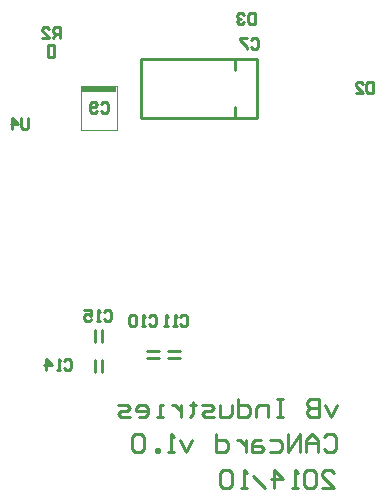
<source format=gbo>
%FSLAX25Y25*%
%MOIN*%
G70*
G01*
G75*
G04 Layer_Color=32896*
%ADD10R,0.05118X0.03937*%
%ADD11R,0.04724X0.05512*%
%ADD12R,0.04724X0.05512*%
%ADD13R,0.02362X0.06102*%
%ADD14O,0.02362X0.06102*%
%ADD15R,0.03937X0.05118*%
%ADD16R,0.04724X0.05118*%
%ADD17R,0.00984X0.05709*%
%ADD18R,0.05709X0.00984*%
%ADD19O,0.05709X0.00984*%
%ADD20C,0.01000*%
%ADD21C,0.02000*%
%ADD22C,0.05000*%
%ADD23C,0.09843*%
%ADD24R,0.05906X0.05906*%
%ADD25C,0.05906*%
%ADD26C,0.07087*%
%ADD27R,0.07087X0.07087*%
%ADD28C,0.18740*%
%ADD29C,0.06299*%
%ADD30C,0.05315*%
%ADD31R,0.05315X0.05315*%
%ADD32C,0.05000*%
%ADD33C,0.19685*%
%ADD34R,0.10827X0.08071*%
%ADD35R,0.07717X0.08032*%
%ADD36R,0.03543X0.08465*%
%ADD37R,0.03543X0.08465*%
%ADD38R,0.12795X0.12402*%
%ADD39R,0.09449X0.12992*%
%ADD40R,0.13780X0.10236*%
%ADD41C,0.03500*%
%ADD42C,0.00787*%
%ADD43R,0.05918X0.04737*%
%ADD44R,0.05524X0.06312*%
%ADD45R,0.05524X0.06312*%
%ADD46R,0.03162X0.06902*%
%ADD47O,0.03162X0.06902*%
%ADD48R,0.04737X0.05918*%
%ADD49R,0.05524X0.05918*%
%ADD50R,0.01784X0.06509*%
%ADD51R,0.06509X0.01784*%
%ADD52O,0.06509X0.01784*%
%ADD53C,0.10642*%
%ADD54R,0.06706X0.06706*%
%ADD55C,0.06706*%
%ADD56C,0.07887*%
%ADD57R,0.07887X0.07887*%
%ADD58C,0.19540*%
%ADD59C,0.07099*%
%ADD60C,0.06115*%
%ADD61R,0.06115X0.06115*%
%ADD62C,0.20485*%
%ADD63R,0.11627X0.08871*%
%ADD64R,0.08517X0.08832*%
%ADD65R,0.04343X0.09265*%
%ADD66R,0.04343X0.09265*%
%ADD67R,0.13595X0.13202*%
%ADD68R,0.10249X0.13792*%
%ADD69R,0.14579X0.11036*%
%ADD70C,0.00394*%
%ADD71R,0.11811X0.01959*%
D20*
X650819Y452032D02*
Y455969D01*
X653181Y452032D02*
Y455969D01*
X635000Y547000D02*
Y551000D01*
X637000Y547000D02*
Y551000D01*
X635000D02*
X637000D01*
X635000Y547000D02*
X637000D01*
X650819Y442031D02*
Y445968D01*
X653181Y442031D02*
Y445968D01*
X675032Y449181D02*
X678968D01*
X675032Y446819D02*
X678968D01*
X668032Y449181D02*
X671969D01*
X668032Y446819D02*
X671969D01*
X697311Y526657D02*
Y530201D01*
Y542799D02*
Y546343D01*
X704791Y526657D02*
Y546343D01*
X666209Y526657D02*
X704791D01*
X666209Y546343D02*
X704791D01*
X666209Y526657D02*
Y546343D01*
X726501Y403500D02*
X730500D01*
X726501Y407499D01*
Y408498D01*
X727501Y409498D01*
X729500D01*
X730500Y408498D01*
X724502D02*
X723502Y409498D01*
X721503D01*
X720503Y408498D01*
Y404500D01*
X721503Y403500D01*
X723502D01*
X724502Y404500D01*
Y408498D01*
X718504Y403500D02*
X716504D01*
X717504D01*
Y409498D01*
X718504Y408498D01*
X710506Y403500D02*
Y409498D01*
X713506Y406499D01*
X709507D01*
X707507Y403500D02*
X703509Y407499D01*
X701509Y403500D02*
X699510D01*
X700510D01*
Y409498D01*
X701509Y408498D01*
X696511D02*
X695511Y409498D01*
X693512D01*
X692512Y408498D01*
Y404500D01*
X693512Y403500D01*
X695511D01*
X696511Y404500D01*
Y408498D01*
X727001Y420498D02*
X728001Y421498D01*
X730000D01*
X731000Y420498D01*
Y416500D01*
X730000Y415500D01*
X728001D01*
X727001Y416500D01*
X725002Y415500D02*
Y419499D01*
X723003Y421498D01*
X721003Y419499D01*
Y415500D01*
Y418499D01*
X725002D01*
X719004Y415500D02*
Y421498D01*
X715005Y415500D01*
Y421498D01*
X709007Y419499D02*
X712006D01*
X713006Y418499D01*
Y416500D01*
X712006Y415500D01*
X709007D01*
X706008Y419499D02*
X704009D01*
X703009Y418499D01*
Y415500D01*
X706008D01*
X707008Y416500D01*
X706008Y417499D01*
X703009D01*
X701010Y419499D02*
Y415500D01*
Y417499D01*
X700010Y418499D01*
X699010Y419499D01*
X698011D01*
X691013Y421498D02*
Y415500D01*
X694012D01*
X695012Y416500D01*
Y418499D01*
X694012Y419499D01*
X691013D01*
X683015D02*
X681016Y415500D01*
X679017Y419499D01*
X677017Y415500D02*
X675018D01*
X676018D01*
Y421498D01*
X677017Y420498D01*
X672019Y415500D02*
Y416500D01*
X671019D01*
Y415500D01*
X672019D01*
X667021Y420498D02*
X666021Y421498D01*
X664022D01*
X663022Y420498D01*
Y416500D01*
X664022Y415500D01*
X666021D01*
X667021Y416500D01*
Y420498D01*
X731500Y430999D02*
X729501Y427000D01*
X727501Y430999D01*
X725502Y432998D02*
Y427000D01*
X722503D01*
X721503Y428000D01*
Y428999D01*
X722503Y429999D01*
X725502D01*
X722503D01*
X721503Y430999D01*
Y431998D01*
X722503Y432998D01*
X725502D01*
X713506D02*
X711507D01*
X712506D01*
Y427000D01*
X713506D01*
X711507D01*
X708507D02*
Y430999D01*
X705508D01*
X704509Y429999D01*
Y427000D01*
X698511Y432998D02*
Y427000D01*
X701510D01*
X702509Y428000D01*
Y429999D01*
X701510Y430999D01*
X698511D01*
X696511D02*
Y428000D01*
X695512Y427000D01*
X692513D01*
Y430999D01*
X690513Y427000D02*
X687514D01*
X686515Y428000D01*
X687514Y428999D01*
X689514D01*
X690513Y429999D01*
X689514Y430999D01*
X686515D01*
X683516Y431998D02*
Y430999D01*
X684515D01*
X682516D01*
X683516D01*
Y428000D01*
X682516Y427000D01*
X679517Y430999D02*
Y427000D01*
Y428999D01*
X678517Y429999D01*
X677518Y430999D01*
X676518D01*
X673519Y427000D02*
X671519D01*
X672519D01*
Y430999D01*
X673519D01*
X665521Y427000D02*
X667521D01*
X668520Y428000D01*
Y429999D01*
X667521Y430999D01*
X665521D01*
X664522Y429999D01*
Y428999D01*
X668520D01*
X662522Y427000D02*
X659523D01*
X658524Y428000D01*
X659523Y428999D01*
X661523D01*
X662522Y429999D01*
X661523Y430999D01*
X658524D01*
X653639Y461952D02*
X654229Y462542D01*
X655410D01*
X656000Y461952D01*
Y459590D01*
X655410Y459000D01*
X654229D01*
X653639Y459590D01*
X652458Y459000D02*
X651277D01*
X651867D01*
Y462542D01*
X652458Y461952D01*
X647145Y462542D02*
X649506D01*
Y460771D01*
X648325Y461361D01*
X647735D01*
X647145Y460771D01*
Y459590D01*
X647735Y459000D01*
X648916D01*
X649506Y459590D01*
X639000Y553500D02*
Y557042D01*
X637229D01*
X636639Y556452D01*
Y555271D01*
X637229Y554681D01*
X639000D01*
X637819D02*
X636639Y553500D01*
X633096D02*
X635458D01*
X633096Y555861D01*
Y556452D01*
X633687Y557042D01*
X634867D01*
X635458Y556452D01*
X652639Y531452D02*
X653229Y532042D01*
X654410D01*
X655000Y531452D01*
Y529090D01*
X654410Y528500D01*
X653229D01*
X652639Y529090D01*
X651458D02*
X650868Y528500D01*
X649687D01*
X649096Y529090D01*
Y531452D01*
X649687Y532042D01*
X650868D01*
X651458Y531452D01*
Y530861D01*
X650868Y530271D01*
X649096D01*
X704000Y561542D02*
Y558000D01*
X702229D01*
X701639Y558590D01*
Y560952D01*
X702229Y561542D01*
X704000D01*
X700458Y560952D02*
X699867Y561542D01*
X698687D01*
X698096Y560952D01*
Y560361D01*
X698687Y559771D01*
X699277D01*
X698687D01*
X698096Y559181D01*
Y558590D01*
X698687Y558000D01*
X699867D01*
X700458Y558590D01*
X628500Y526542D02*
Y523590D01*
X627910Y523000D01*
X626729D01*
X626139Y523590D01*
Y526542D01*
X623187Y523000D02*
Y526542D01*
X624958Y524771D01*
X622596D01*
X743500Y538542D02*
Y535000D01*
X741729D01*
X741139Y535590D01*
Y537952D01*
X741729Y538542D01*
X743500D01*
X737596Y535000D02*
X739958D01*
X737596Y537361D01*
Y537952D01*
X738187Y538542D01*
X739367D01*
X739958Y537952D01*
X640349Y445662D02*
X640940Y446253D01*
X642120D01*
X642711Y445662D01*
Y443301D01*
X642120Y442711D01*
X640940D01*
X640349Y443301D01*
X639169Y442711D02*
X637988D01*
X638578D01*
Y446253D01*
X639169Y445662D01*
X634446Y442711D02*
Y446253D01*
X636217Y444482D01*
X633855D01*
X679139Y460452D02*
X679729Y461042D01*
X680910D01*
X681500Y460452D01*
Y458090D01*
X680910Y457500D01*
X679729D01*
X679139Y458090D01*
X677958Y457500D02*
X676777D01*
X677367D01*
Y461042D01*
X677958Y460452D01*
X675006Y457500D02*
X673825D01*
X674416D01*
Y461042D01*
X675006Y460452D01*
X668639D02*
X669229Y461042D01*
X670410D01*
X671000Y460452D01*
Y458090D01*
X670410Y457500D01*
X669229D01*
X668639Y458090D01*
X667458Y457500D02*
X666277D01*
X666867D01*
Y461042D01*
X667458Y460452D01*
X664506D02*
X663916Y461042D01*
X662735D01*
X662145Y460452D01*
Y458090D01*
X662735Y457500D01*
X663916D01*
X664506Y458090D01*
Y460452D01*
X702639Y552752D02*
X703229Y553342D01*
X704410D01*
X705000Y552752D01*
Y550390D01*
X704410Y549800D01*
X703229D01*
X702639Y550390D01*
X701458Y553342D02*
X699096D01*
Y552752D01*
X701458Y550390D01*
Y549800D01*
D70*
X646095Y537394D02*
X657905D01*
X646095Y522827D02*
X657905D01*
X646095D02*
Y537394D01*
X657905Y522827D02*
Y537394D01*
D71*
X652000Y536414D02*
D03*
M02*

</source>
